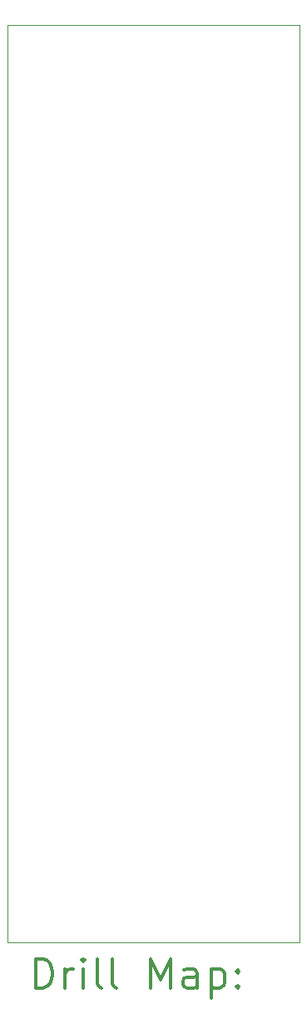
<source format=gbr>
%FSLAX45Y45*%
G04 Gerber Fmt 4.5, Leading zero omitted, Abs format (unit mm)*
G04 Created by KiCad (PCBNEW (5.1.10)-1) date 2021-11-26 00:00:37*
%MOMM*%
%LPD*%
G01*
G04 APERTURE LIST*
%TA.AperFunction,Profile*%
%ADD10C,0.050000*%
%TD*%
%ADD11C,0.200000*%
%ADD12C,0.300000*%
G04 APERTURE END LIST*
D10*
X10769600Y-16941800D02*
X13741400Y-16941800D01*
X10769600Y-7620000D02*
X10769600Y-16941800D01*
X13741400Y-7620000D02*
X10769600Y-7620000D01*
X13741400Y-16941800D02*
X13741400Y-7620000D01*
D11*
D12*
X11053528Y-17410014D02*
X11053528Y-17110014D01*
X11124957Y-17110014D01*
X11167814Y-17124300D01*
X11196386Y-17152872D01*
X11210671Y-17181443D01*
X11224957Y-17238586D01*
X11224957Y-17281443D01*
X11210671Y-17338586D01*
X11196386Y-17367157D01*
X11167814Y-17395729D01*
X11124957Y-17410014D01*
X11053528Y-17410014D01*
X11353528Y-17410014D02*
X11353528Y-17210014D01*
X11353528Y-17267157D02*
X11367814Y-17238586D01*
X11382100Y-17224300D01*
X11410671Y-17210014D01*
X11439243Y-17210014D01*
X11539243Y-17410014D02*
X11539243Y-17210014D01*
X11539243Y-17110014D02*
X11524957Y-17124300D01*
X11539243Y-17138586D01*
X11553528Y-17124300D01*
X11539243Y-17110014D01*
X11539243Y-17138586D01*
X11724957Y-17410014D02*
X11696386Y-17395729D01*
X11682100Y-17367157D01*
X11682100Y-17110014D01*
X11882100Y-17410014D02*
X11853528Y-17395729D01*
X11839243Y-17367157D01*
X11839243Y-17110014D01*
X12224957Y-17410014D02*
X12224957Y-17110014D01*
X12324957Y-17324300D01*
X12424957Y-17110014D01*
X12424957Y-17410014D01*
X12696386Y-17410014D02*
X12696386Y-17252872D01*
X12682100Y-17224300D01*
X12653528Y-17210014D01*
X12596386Y-17210014D01*
X12567814Y-17224300D01*
X12696386Y-17395729D02*
X12667814Y-17410014D01*
X12596386Y-17410014D01*
X12567814Y-17395729D01*
X12553528Y-17367157D01*
X12553528Y-17338586D01*
X12567814Y-17310014D01*
X12596386Y-17295729D01*
X12667814Y-17295729D01*
X12696386Y-17281443D01*
X12839243Y-17210014D02*
X12839243Y-17510014D01*
X12839243Y-17224300D02*
X12867814Y-17210014D01*
X12924957Y-17210014D01*
X12953528Y-17224300D01*
X12967814Y-17238586D01*
X12982100Y-17267157D01*
X12982100Y-17352872D01*
X12967814Y-17381443D01*
X12953528Y-17395729D01*
X12924957Y-17410014D01*
X12867814Y-17410014D01*
X12839243Y-17395729D01*
X13110671Y-17381443D02*
X13124957Y-17395729D01*
X13110671Y-17410014D01*
X13096386Y-17395729D01*
X13110671Y-17381443D01*
X13110671Y-17410014D01*
X13110671Y-17224300D02*
X13124957Y-17238586D01*
X13110671Y-17252872D01*
X13096386Y-17238586D01*
X13110671Y-17224300D01*
X13110671Y-17252872D01*
M02*

</source>
